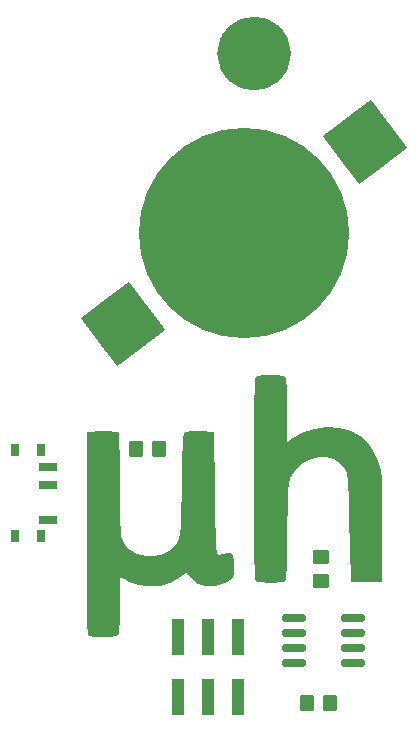
<source format=gbr>
%TF.GenerationSoftware,KiCad,Pcbnew,8.0.4*%
%TF.CreationDate,2024-09-30T12:03:32+02:00*%
%TF.ProjectId,MuHack_10th_pendant,4d754861-636b-45f3-9130-74685f70656e,rev?*%
%TF.SameCoordinates,Original*%
%TF.FileFunction,Soldermask,Bot*%
%TF.FilePolarity,Negative*%
%FSLAX46Y46*%
G04 Gerber Fmt 4.6, Leading zero omitted, Abs format (unit mm)*
G04 Created by KiCad (PCBNEW 8.0.4) date 2024-09-30 12:03:32*
%MOMM*%
%LPD*%
G01*
G04 APERTURE LIST*
G04 Aperture macros list*
%AMRoundRect*
0 Rectangle with rounded corners*
0 $1 Rounding radius*
0 $2 $3 $4 $5 $6 $7 $8 $9 X,Y pos of 4 corners*
0 Add a 4 corners polygon primitive as box body*
4,1,4,$2,$3,$4,$5,$6,$7,$8,$9,$2,$3,0*
0 Add four circle primitives for the rounded corners*
1,1,$1+$1,$2,$3*
1,1,$1+$1,$4,$5*
1,1,$1+$1,$6,$7*
1,1,$1+$1,$8,$9*
0 Add four rect primitives between the rounded corners*
20,1,$1+$1,$2,$3,$4,$5,0*
20,1,$1+$1,$4,$5,$6,$7,0*
20,1,$1+$1,$6,$7,$8,$9,0*
20,1,$1+$1,$8,$9,$2,$3,0*%
%AMRotRect*
0 Rectangle, with rotation*
0 The origin of the aperture is its center*
0 $1 length*
0 $2 width*
0 $3 Rotation angle, in degrees counterclockwise*
0 Add horizontal line*
21,1,$1,$2,0,0,$3*%
G04 Aperture macros list end*
%ADD10C,3.100000*%
%ADD11C,0.000000*%
%ADD12RoundRect,0.250000X-0.325000X-0.450000X0.325000X-0.450000X0.325000X0.450000X-0.325000X0.450000X0*%
%ADD13RotRect,5.100000X5.100000X37.000000*%
%ADD14C,17.800000*%
%ADD15RoundRect,0.250000X-0.350000X-0.450000X0.350000X-0.450000X0.350000X0.450000X-0.350000X0.450000X0*%
%ADD16RoundRect,0.150000X-0.825000X-0.150000X0.825000X-0.150000X0.825000X0.150000X-0.825000X0.150000X0*%
%ADD17RoundRect,0.250000X0.450000X-0.350000X0.450000X0.350000X-0.450000X0.350000X-0.450000X-0.350000X0*%
%ADD18R,0.800000X1.000000*%
%ADD19R,1.500000X0.700000*%
%ADD20RoundRect,0.250000X0.325000X0.450000X-0.325000X0.450000X-0.325000X-0.450000X0.325000X-0.450000X0*%
%ADD21R,1.000000X3.150000*%
%ADD22RoundRect,0.250000X0.350000X0.450000X-0.350000X0.450000X-0.350000X-0.450000X0.350000X-0.450000X0*%
G04 APERTURE END LIST*
D10*
X98910000Y-67120000D02*
G75*
G02*
X95810000Y-67120000I-1550000J0D01*
G01*
X95810000Y-67120000D02*
G75*
G02*
X98910000Y-67120000I1550000J0D01*
G01*
D11*
%TO.C,B-SolderMask_LOGO*%
G36*
X85566952Y-99126367D02*
G01*
X85807047Y-99176427D01*
X85889356Y-99236507D01*
X85913262Y-99392488D01*
X85935222Y-99762890D01*
X85954520Y-100317911D01*
X85970440Y-101027743D01*
X85982265Y-101862582D01*
X85989277Y-102792622D01*
X85990930Y-103460969D01*
X85996267Y-104792321D01*
X86010805Y-105913660D01*
X86034314Y-106817483D01*
X86066563Y-107496288D01*
X86107323Y-107942573D01*
X86132921Y-108084761D01*
X86406594Y-108707369D01*
X86862395Y-109191359D01*
X87471088Y-109520477D01*
X88203436Y-109678469D01*
X88963633Y-109658402D01*
X89747390Y-109455457D01*
X90372271Y-109077962D01*
X90824852Y-108534652D01*
X90896215Y-108401386D01*
X90972704Y-108239226D01*
X91034685Y-108077306D01*
X91084129Y-107888290D01*
X91123008Y-107644846D01*
X91153292Y-107319639D01*
X91176954Y-106885334D01*
X91195963Y-106314598D01*
X91212292Y-105580095D01*
X91227911Y-104654493D01*
X91243761Y-103581995D01*
X91266807Y-102252276D01*
X91294164Y-101161307D01*
X91325782Y-100310218D01*
X91361611Y-99700137D01*
X91401600Y-99332192D01*
X91437701Y-99211709D01*
X91630863Y-99148518D01*
X92035969Y-99114003D01*
X92622165Y-99110403D01*
X92780970Y-99114230D01*
X93991358Y-99149420D01*
X94052415Y-104241764D01*
X94071448Y-105630390D01*
X94092655Y-106786044D01*
X94116470Y-107719980D01*
X94143329Y-108443451D01*
X94173668Y-108967710D01*
X94207921Y-109304010D01*
X94246525Y-109463604D01*
X94254875Y-109475378D01*
X94423893Y-109553134D01*
X94705839Y-109511470D01*
X94839649Y-109470320D01*
X95192692Y-109388662D01*
X95426981Y-109440028D01*
X95564682Y-109653281D01*
X95627960Y-110057283D01*
X95639915Y-110512380D01*
X95619517Y-111062619D01*
X95536297Y-111431950D01*
X95357218Y-111681873D01*
X95049245Y-111873887D01*
X94864526Y-111955817D01*
X94047937Y-112197499D01*
X93306238Y-112212749D01*
X92647723Y-112002763D01*
X92080687Y-111568733D01*
X92065903Y-111553043D01*
X91605834Y-111060545D01*
X91053527Y-111482130D01*
X90281549Y-111923613D01*
X89402641Y-112174082D01*
X88465416Y-112230814D01*
X87518489Y-112091088D01*
X86610476Y-111752182D01*
X86572848Y-111732998D01*
X85992800Y-111433709D01*
X85992800Y-113800390D01*
X85990019Y-114641299D01*
X85980022Y-115271077D01*
X85960332Y-115722776D01*
X85928468Y-116029452D01*
X85881951Y-116224157D01*
X85818304Y-116339946D01*
X85800904Y-116358966D01*
X85580361Y-116457934D01*
X85195832Y-116524676D01*
X84718463Y-116558455D01*
X84219399Y-116558531D01*
X83769787Y-116524169D01*
X83440772Y-116454628D01*
X83320379Y-116384699D01*
X83291614Y-116273605D01*
X83267263Y-116008172D01*
X83247198Y-115578064D01*
X83231294Y-114972946D01*
X83219423Y-114182484D01*
X83211459Y-113196341D01*
X83207275Y-112004184D01*
X83206745Y-110595677D01*
X83209742Y-108960485D01*
X83213840Y-107683978D01*
X83245204Y-99149420D01*
X84517428Y-99114392D01*
X85147720Y-99106636D01*
X85566952Y-99126367D01*
G37*
G36*
X99366226Y-94342978D02*
G01*
X99794216Y-94392085D01*
X100008958Y-94469819D01*
X100011646Y-94472400D01*
X100064387Y-94609611D01*
X100104463Y-94914321D01*
X100132778Y-95404265D01*
X100150236Y-96097181D01*
X100157738Y-97010806D01*
X100158185Y-97349700D01*
X100158185Y-100080460D01*
X100681182Y-99704872D01*
X101576143Y-99197913D01*
X102555317Y-98881025D01*
X103572453Y-98755986D01*
X104581300Y-98824570D01*
X105535608Y-99088554D01*
X106301220Y-99489027D01*
X106926317Y-100037099D01*
X107462106Y-100759672D01*
X107865554Y-101591440D01*
X108022788Y-102101582D01*
X108076926Y-102355537D01*
X108120037Y-102641536D01*
X108153001Y-102987311D01*
X108176699Y-103420595D01*
X108192011Y-103969121D01*
X108199820Y-104660621D01*
X108201005Y-105522828D01*
X108196448Y-106583474D01*
X108190825Y-107392208D01*
X108156742Y-111849420D01*
X106902875Y-111884244D01*
X106305372Y-111893350D01*
X105912852Y-111878478D01*
X105686894Y-111835737D01*
X105589077Y-111761236D01*
X105584407Y-111750721D01*
X105567134Y-111593339D01*
X105546702Y-111220453D01*
X105524072Y-110660754D01*
X105500203Y-109942934D01*
X105476054Y-109095683D01*
X105452585Y-108147694D01*
X105432146Y-107197627D01*
X105408800Y-106047108D01*
X105388098Y-105114417D01*
X105367980Y-104373198D01*
X105346388Y-103797092D01*
X105321262Y-103359743D01*
X105290543Y-103034793D01*
X105252173Y-102795885D01*
X105204091Y-102616661D01*
X105144239Y-102470766D01*
X105070557Y-102331840D01*
X105049047Y-102293902D01*
X104635498Y-101787987D01*
X104100496Y-101459369D01*
X103483407Y-101301531D01*
X102823591Y-101307957D01*
X102160414Y-101472130D01*
X101533237Y-101787533D01*
X100981423Y-102247651D01*
X100544337Y-102845965D01*
X100438907Y-103057112D01*
X100377807Y-103215246D01*
X100328357Y-103407977D01*
X100288988Y-103662736D01*
X100258135Y-104006953D01*
X100234230Y-104468055D01*
X100215707Y-105073475D01*
X100200998Y-105850641D01*
X100188537Y-106826982D01*
X100180987Y-107572178D01*
X100165262Y-108810218D01*
X100143725Y-109842971D01*
X100116699Y-110662377D01*
X100084507Y-111260377D01*
X100047472Y-111628912D01*
X100013391Y-111754630D01*
X99828975Y-111831911D01*
X99470751Y-111884154D01*
X99007878Y-111911103D01*
X98509518Y-111912501D01*
X98044833Y-111888093D01*
X97682982Y-111837624D01*
X97496069Y-111763939D01*
X97466187Y-111614422D01*
X97439413Y-111244838D01*
X97415748Y-110679333D01*
X97395190Y-109942051D01*
X97377740Y-109057137D01*
X97363398Y-108048735D01*
X97352164Y-106940990D01*
X97344038Y-105758047D01*
X97339021Y-104524051D01*
X97337111Y-103263146D01*
X97338309Y-101999478D01*
X97342615Y-100757189D01*
X97350029Y-99560426D01*
X97360552Y-98433334D01*
X97374182Y-97400055D01*
X97390920Y-96484737D01*
X97410766Y-95711522D01*
X97433721Y-95104556D01*
X97459783Y-94687984D01*
X97488953Y-94485950D01*
X97496069Y-94472400D01*
X97704363Y-94393905D01*
X98126720Y-94343943D01*
X98734272Y-94325876D01*
X98753858Y-94325862D01*
X99366226Y-94342978D01*
G37*
%TD*%
D12*
%TO.C,D2*%
X87285000Y-110970000D03*
X89335000Y-110970000D03*
%TD*%
D13*
%TO.C,BT1*%
X86293068Y-90012188D03*
X106738136Y-74605730D03*
D14*
X96515602Y-82308959D03*
%TD*%
D15*
%TO.C,R3*%
X101820000Y-122080000D03*
X103820000Y-122080000D03*
%TD*%
D16*
%TO.C,U1*%
X100745000Y-118740000D03*
X100745000Y-117470000D03*
X100745000Y-116200000D03*
X100745000Y-114930000D03*
X105695000Y-114930000D03*
X105695000Y-116200000D03*
X105695000Y-117470000D03*
X105695000Y-118740000D03*
%TD*%
D17*
%TO.C,R4*%
X103000000Y-111780000D03*
X103000000Y-109780000D03*
%TD*%
D18*
%TO.C,SW1*%
X77090000Y-108010000D03*
X79300000Y-108010000D03*
X77090000Y-100710000D03*
X79300000Y-100710000D03*
D19*
X79950000Y-106610000D03*
X79950000Y-103610000D03*
X79950000Y-102110000D03*
%TD*%
D20*
%TO.C,D1*%
X104015000Y-100190000D03*
X101965000Y-100190000D03*
%TD*%
D21*
%TO.C,X1*%
X90910000Y-116545000D03*
X90910000Y-121595000D03*
X93450000Y-116545000D03*
X93450000Y-121595000D03*
X95990000Y-116545000D03*
X95990000Y-121595000D03*
%TD*%
D22*
%TO.C,R2*%
X89330000Y-100610000D03*
X87330000Y-100610000D03*
%TD*%
M02*

</source>
